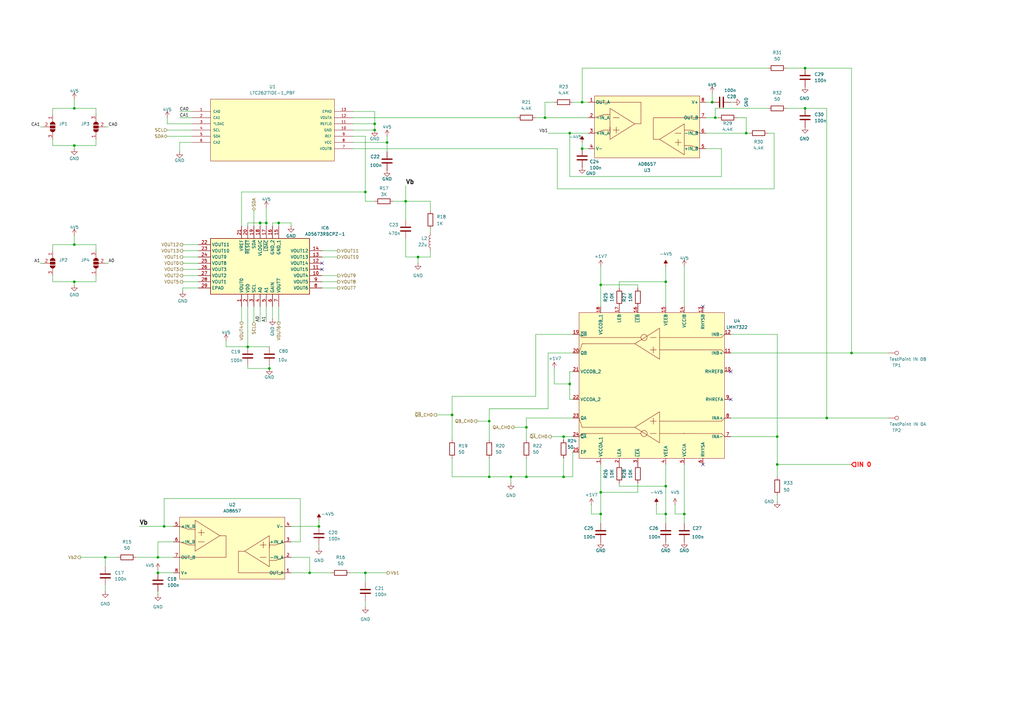
<source format=kicad_sch>
(kicad_sch (version 20231120) (generator "eeschema") (generator_version "8.0")
  (paper "A3")
  (lib_symbols
    (symbol "Connector:TestPoint" (pin_numbers hide) (pin_names (offset 0.762) hide)
      (property "Reference" "TP" (at 0 6.858 0))
      (property "Value" "TestPoint" (at 0 5.08 0))
      (symbol "TestPoint_1_1"
        (pin passive line (at 0 0 90) (length 2.54) (name "1") (number "1"))
      )
    )
    (symbol "Device:C" (pin_numbers hide) (pin_names (offset 0.254))
      (property "Reference" "C" (at 0.635 2.54 0))
      (property "Value" "C" (at 0.635 -2.54 0))
      (symbol "C_1_1"
        (pin passive line (at 0 3.81 270) (length 2.794) (name "~") (number "1"))
        (pin passive line (at 0 -3.81 90) (length 2.794) (name "~") (number "2"))
      )
    )
    (symbol "Device:L" (pin_numbers hide) (pin_names (offset 1.016) hide)
      (property "Reference" "L" (at -1.27 0 90))
      (property "Value" "L" (at 1.905 0 90))
      (symbol "L_1_1"
        (pin passive line (at 0 3.81 270) (length 1.27) (name "1") (number "1"))
        (pin passive line (at 0 -3.81 90) (length 1.27) (name "2") (number "2"))
      )
    )
    (symbol "Device:R" (pin_numbers hide) (pin_names (offset 0))
      (property "Reference" "R" (at 2.032 0 90))
      (property "Value" "R" (at 0 0 90))
      (symbol "R_1_1"
        (pin passive line (at 0 3.81 270) (length 1.27) (name "~") (number "1"))
        (pin passive line (at 0 -3.81 90) (length 1.27) (name "~") (number "2"))
      )
    )
    (symbol "Jumper:SolderJumper_3_Open" (pin_names (offset 0) hide) (exclude_from_sim yes) (in_bom no)
      (property "Reference" "JP" (at -2.54 -2.54 0))
      (property "Value" "SolderJumper_3_Open" (at 0 2.794 0))
      (symbol "SolderJumper_3_Open_1_1"
        (pin passive line (at -5.08 0 0) (length 2.54) (name "A") (number "1"))
        (pin passive line (at 0 -3.81 90) (length 2.54) (name "C") (number "2"))
        (pin passive line (at 5.08 0 180) (length 2.54) (name "B") (number "3"))
      )
    )
    (symbol "LTC2627IDE-1_PBF:LTC2627IDE-1_PBF" (pin_names (offset 1.016))
      (property "Reference" "U" (at 28.2956 9.1186 0))
      (property "Value" "LTC2627IDE-1_PBF" (at 27.6606 6.5786 0))
      (symbol "LTC2627IDE-1_PBF_0_0"
        (pin passive line (at 0 0 0) (length 7.62) (name "CA0") (number "1"))
        (pin power_in line (at 66.04 -7.62 180) (length 7.62) (name "GND") (number "10"))
        (pin passive line (at 66.04 -5.08 180) (length 7.62) (name "REFLO") (number "11"))
        (pin output line (at 66.04 -2.54 180) (length 7.62) (name "VOUTA") (number "12"))
        (pin passive line (at 66.04 0 180) (length 7.62) (name "EPAD") (number "13"))
        (pin passive line (at 0 -2.54 0) (length 7.62) (name "CA1") (number "2"))
        (pin input line (at 0 -5.08 0) (length 7.62) (name "*LDAC") (number "3"))
        (pin input line (at 0 -7.62 0) (length 7.62) (name "SCL") (number "4"))
        (pin bidirectional line (at 0 -10.16 0) (length 7.62) (name "SDA") (number "5"))
        (pin passive line (at 0 -12.7 0) (length 7.62) (name "CA2") (number "6"))
        (pin output line (at 66.04 -15.24 180) (length 7.62) (name "VOUTB") (number "7"))
        (pin power_in line (at 66.04 -12.7 180) (length 7.62) (name "VCC") (number "8"))
        (pin input line (at 66.04 -10.16 180) (length 7.62) (name "REF") (number "9"))
      )
    )
    (symbol "SamacSys_Parts:AD5673RBCPZ-1"
      (property "Reference" "IC" (at 29.21 17.78 0))
      (property "Value" "AD5673RBCPZ-1" (at 29.21 15.24 0))
      (symbol "AD5673RBCPZ-1_1_1"
        (pin output line (at 0 0 0) (length 5.08) (name "VOUT0") (number "1"))
        (pin output line (at 12.7 -33.02 90) (length 5.08) (name "VOUT4") (number "10"))
        (pin output line (at 15.24 -33.02 90) (length 5.08) (name "VOUT15") (number "11"))
        (pin output line (at 17.78 -33.02 90) (length 5.08) (name "VOUT14") (number "12"))
        (pin output line (at 20.32 -33.02 90) (length 5.08) (name "VOUT13") (number "13"))
        (pin passive line (at 22.86 -33.02 90) (length 5.08) (name "VOUT12") (number "14"))
        (pin power_in line (at 33.02 -15.24 180) (length 5.08) (name "GND_1") (number "15"))
        (pin power_in line (at 33.02 -12.7 180) (length 5.08) (name "GND_2") (number "16"))
        (pin input line (at 33.02 -10.16 180) (length 5.08) (name "~{LDAC}") (number "17"))
        (pin power_in line (at 33.02 -7.62 180) (length 5.08) (name "VLOGIC") (number "18"))
        (pin input line (at 33.02 -5.08 180) (length 5.08) (name "SDA") (number "19"))
        (pin power_in line (at 0 -2.54 0) (length 5.08) (name "VDD") (number "2"))
        (pin input line (at 33.02 -2.54 180) (length 5.08) (name "~{RESET}") (number "20"))
        (pin output line (at 33.02 0 180) (length 5.08) (name "VREF") (number "21"))
        (pin output line (at 25.4 17.78 270) (length 5.08) (name "VOUT11") (number "22"))
        (pin output line (at 22.86 17.78 270) (length 5.08) (name "VOUT10") (number "23"))
        (pin output line (at 20.32 17.78 270) (length 5.08) (name "VOUT9") (number "24"))
        (pin output line (at 17.78 17.78 270) (length 5.08) (name "VOUT8") (number "25"))
        (pin output line (at 15.24 17.78 270) (length 5.08) (name "VOUT3") (number "26"))
        (pin output line (at 12.7 17.78 270) (length 5.08) (name "VOUT2") (number "27"))
        (pin output line (at 10.16 17.78 270) (length 5.08) (name "VOUT1") (number "28"))
        (pin passive line (at 7.62 17.78 270) (length 5.08) (name "EPAD") (number "29"))
        (pin input line (at 0 -5.08 0) (length 5.08) (name "SCL") (number "3"))
        (pin input line (at 0 -7.62 0) (length 5.08) (name "A0") (number "4"))
        (pin input line (at 0 -10.16 0) (length 5.08) (name "A1") (number "5"))
        (pin input line (at 0 -12.7 0) (length 5.08) (name "GAIN") (number "6"))
        (pin output line (at 0 -15.24 0) (length 5.08) (name "VOUT7") (number "7"))
        (pin output line (at 7.62 -33.02 90) (length 5.08) (name "VOUT6") (number "8"))
        (pin output line (at 10.16 -33.02 90) (length 5.08) (name "VOUT5") (number "9"))
      )
    )
    (symbol "SolderJumper_3_Open_3" (pin_names (offset 0) hide) (exclude_from_sim yes) (in_bom no)
      (property "Reference" "JP" (at -2.54 -2.54 0))
      (property "Value" "SolderJumper_3_Open" (at 0 2.794 0))
      (symbol "SolderJumper_3_Open_3_1_1"
        (pin passive line (at -5.08 0 0) (length 2.54) (name "A") (number "1"))
        (pin passive line (at 0 -3.81 90) (length 2.54) (name "C") (number "2"))
        (pin passive line (at 5.08 0 180) (length 2.54) (name "B") (number "3"))
      )
    )
    (symbol "power:+1V2" (power) (pin_numbers hide) (pin_names (offset 0) hide)
      (property "Value" "+1V2" (at 0 3.556 0))
      (symbol "+1V2_1_1"
        (pin power_in line (at 0 0 90) (length 0) (name "~") (number "1"))
      )
    )
    (symbol "power:+8V" (power) (pin_numbers hide) (pin_names (offset 0) hide)
      (property "Value" "+8V" (at 0 3.556 0))
      (symbol "+8V_1_1"
        (pin power_in line (at 0 0 90) (length 0) (name "~") (number "1"))
      )
    )
    (symbol "power:-8V" (power) (pin_numbers hide) (pin_names (offset 0) hide)
      (property "Value" "-8V" (at 0 3.556 0))
      (symbol "-8V_0_0"
        (pin power_in line (at 0 0 90) (length 0) (name "~") (number "1"))
      )
    )
    (symbol "power:GND" (power) (pin_numbers hide) (pin_names (offset 0) hide)
      (property "Value" "GND" (at 0 -3.81 0))
      (symbol "GND_1_1"
        (pin power_in line (at 0 0 270) (length 0) (name "~") (number "1"))
      )
    )
    (symbol "prova:AD8657"
      (property "Reference" "U" (at 9.906 3.556 0))
      (property "Value" "AD8657" (at 10.16 5.842 0))
      (symbol "AD8657_1_1"
        (pin output line (at 3.81 30.48 0) (length 2.54) (name "OUT_A") (number "1"))
        (pin input line (at 3.81 24.13 0) (length 2.54) (name "-IN_A") (number "2"))
        (pin input line (at 3.81 17.78 0) (length 2.54) (name "+IN_A") (number "3"))
        (pin input line (at 3.81 11.43 0) (length 2.54) (name "V-") (number "4"))
        (pin input line (at 52.07 11.43 180) (length 2.54) (name "+IN_B") (number "5"))
        (pin input line (at 52.07 17.78 180) (length 2.54) (name "-IN_B") (number "6"))
        (pin input line (at 52.07 24.13 180) (length 2.54) (name "OUT_B") (number "7"))
        (pin input line (at 52.07 30.48 180) (length 2.54) (name "V+") (number "8"))
      )
    )
    (symbol "prova:LMH7322"
      (property "Reference" "U" (at 11.684 8.89 0))
      (property "Value" "LMH7322" (at 20.32 16.51 0))
      (symbol "LMH7322_1_1"
        (pin input line (at -21.59 29.21 0) (length 2.54) (name "VCCOA_1") (number "1"))
        (pin input line (at 16.51 -24.13 90) (length 2.54) (name "RHREFB") (number "10"))
        (pin input line (at 24.13 -24.13 90) (length 2.54) (name "INB+") (number "11"))
        (pin input line (at 31.75 -24.13 90) (length 2.54) (name "INB-") (number "12"))
        (pin input line (at 43.18 -12.7 180) (length 2.54) (name "RHYSB") (number "13"))
        (pin input line (at 43.18 -5.08 180) (length 2.54) (name "VCCIB") (number "14"))
        (pin input line (at 43.18 2.54 180) (length 2.54) (name "VEEB") (number "15"))
        (pin input line (at 43.18 13.97 180) (length 2.54) (name "~{LEB}") (number "16"))
        (pin input line (at 43.18 21.59 180) (length 2.54) (name "LEB") (number "17"))
        (pin input line (at 43.18 29.21 180) (length 2.54) (name "VCCOB_1") (number "18"))
        (pin output line (at 31.75 40.64 270) (length 2.54) (name "~{QB}") (number "19"))
        (pin input line (at -21.59 21.59 0) (length 2.54) (name "LEA") (number "2"))
        (pin output line (at 24.13 40.64 270) (length 2.54) (name "QB") (number "20"))
        (pin input line (at 16.51 40.64 270) (length 2.54) (name "VCCOB_2") (number "21"))
        (pin input line (at 5.08 40.64 270) (length 2.54) (name "VCCOA_2") (number "22"))
        (pin output line (at -2.54 40.64 270) (length 2.54) (name "QA") (number "23"))
        (pin output line (at -10.16 40.64 270) (length 2.54) (name "~{QA}") (number "24"))
        (pin passive line (at -16.51 40.64 270) (length 2.54) (name "EP") (number "25"))
        (pin input line (at -21.59 13.97 0) (length 2.54) (name "~{LEA}") (number "3"))
        (pin input line (at -21.59 2.54 0) (length 2.54) (name "VEEA") (number "4"))
        (pin input line (at -21.59 -5.08 0) (length 2.54) (name "VCCIA") (number "5"))
        (pin input line (at -21.59 -12.7 0) (length 2.54) (name "RHYSA") (number "6"))
        (pin input line (at -10.16 -24.13 90) (length 2.54) (name "INA-") (number "7"))
        (pin input line (at -2.54 -24.13 90) (length 2.54) (name "INA+") (number "8"))
        (pin input line (at 5.08 -24.13 90) (length 2.54) (name "RHREFA") (number "9"))
      )
    )
  )
  (junction (at 67.31 215.9))
  (junction (at 215.9 175.26))
  (junction (at 30.48 44.45))
  (junction (at 349.25 144.78))
  (junction (at 110.49 151.13))
  (junction (at 330.2 27.94))
  (junction (at 233.68 54.61))
  (junction (at 280.67 210.82))
  (junction (at 209.55 195.58))
  (junction (at 43.18 228.6))
  (junction (at 114.3 91.44))
  (junction (at 293.37 48.26))
  (junction (at 318.77 190.5))
  (junction (at 292.1 41.91))
  (junction (at 215.9 195.58))
  (junction (at 231.14 195.58))
  (junction (at 166.37 82.55))
  (junction (at 233.68 157.48))
  (junction (at 101.6 142.24))
  (junction (at 273.05 199.39))
  (junction (at 246.38 201.93))
  (junction (at 127 234.95))
  (junction (at 223.52 48.26))
  (junction (at 185.42 170.18))
  (junction (at 238.76 60.96))
  (junction (at 339.09 171.45))
  (junction (at 130.81 215.9))
  (junction (at 246.38 116.84))
  (junction (at 200.66 172.72))
  (junction (at 106.68 91.44))
  (junction (at 30.48 115.57))
  (junction (at 330.2 44.45))
  (junction (at 153.67 50.8))
  (junction (at 30.48 100.33))
  (junction (at 64.77 228.6))
  (junction (at 149.86 234.95))
  (junction (at 64.77 234.95))
  (junction (at 246.38 210.82))
  (junction (at 149.86 78.74))
  (junction (at 153.67 53.34))
  (junction (at 273.05 115.57))
  (junction (at 273.05 210.82))
  (junction (at 109.22 91.44))
  (junction (at 231.14 179.07))
  (junction (at 238.76 41.91))
  (junction (at 30.48 59.69))
  (junction (at 171.45 105.41))
  (junction (at 306.07 54.61))
  (junction (at 158.75 58.42))
  (junction (at 318.77 179.07))
  (junction (at 200.66 195.58))
  (no_connect (at 132.08 110.49))
  (no_connect (at 132.08 107.95))
  (no_connect (at 299.72 152.4))
  (no_connect (at 299.72 163.83))
  (no_connect (at 288.29 190.5))
  (no_connect (at 288.29 125.73))
  (wire (pts (xy 280.67 190.5) (xy 280.67 210.82)))
  (wire (pts (xy 106.68 125.73) (xy 106.68 132.08)))
  (wire (pts (xy 30.48 44.45) (xy 39.37 44.45)))
  (wire (pts (xy 109.22 125.73) (xy 109.22 132.08)))
  (wire (pts (xy 73.66 48.26) (xy 78.74 48.26)))
  (wire (pts (xy 318.77 190.5) (xy 318.77 195.58)))
  (wire (pts (xy 273.05 210.82) (xy 273.05 214.63)))
  (wire (pts (xy 153.67 50.8) (xy 153.67 53.34)))
  (wire (pts (xy 238.76 58.42) (xy 238.76 60.96)))
  (wire (pts (xy 215.9 175.26) (xy 215.9 180.34)))
  (wire (pts (xy 322.58 27.94) (xy 330.2 27.94)))
  (wire (pts (xy 200.66 167.64) (xy 224.79 167.64)))
  (wire (pts (xy 318.77 137.16) (xy 299.72 137.16)))
  (wire (pts (xy 246.38 210.82) (xy 242.57 210.82)))
  (wire (pts (xy 158.75 55.88) (xy 158.75 58.42)))
  (wire (pts (xy 241.3 60.96) (xy 238.76 60.96)))
  (wire (pts (xy 101.6 151.13) (xy 110.49 151.13)))
  (wire (pts (xy 176.53 82.55) (xy 176.53 86.36)))
  (wire (pts (xy 101.6 91.44) (xy 106.68 91.44)))
  (wire (pts (xy 176.53 105.41) (xy 171.45 105.41)))
  (wire (pts (xy 153.67 45.72) (xy 153.67 50.8)))
  (wire (pts (xy 111.76 125.73) (xy 111.76 130.81)))
  (wire (pts (xy 289.56 54.61) (xy 306.07 54.61)))
  (wire (pts (xy 273.05 115.57) (xy 273.05 125.73)))
  (wire (pts (xy 123.19 204.47) (xy 67.31 204.47)))
  (wire (pts (xy 215.9 175.26) (xy 210.82 175.26)))
  (wire (pts (xy 149.86 55.88) (xy 149.86 78.74)))
  (wire (pts (xy 74.93 110.49) (xy 81.28 110.49)))
  (wire (pts (xy 273.05 199.39) (xy 273.05 210.82)))
  (wire (pts (xy 104.14 125.73) (xy 104.14 132.08)))
  (wire (pts (xy 228.6 60.96) (xy 228.6 77.47)))
  (wire (pts (xy 64.77 222.25) (xy 64.77 228.6)))
  (wire (pts (xy 254 115.57) (xy 254 118.11)))
  (wire (pts (xy 223.52 48.26) (xy 241.3 48.26)))
  (wire (pts (xy 246.38 116.84) (xy 246.38 125.73)))
  (wire (pts (xy 149.86 78.74) (xy 149.86 82.55)))
  (wire (pts (xy 44.45 52.07) (xy 43.18 52.07)))
  (wire (pts (xy 110.49 149.86) (xy 110.49 151.13)))
  (wire (pts (xy 149.86 234.95) (xy 149.86 238.76)))
  (wire (pts (xy 209.55 195.58) (xy 215.9 195.58)))
  (wire (pts (xy 234.95 195.58) (xy 231.14 195.58)))
  (wire (pts (xy 179.07 170.18) (xy 185.42 170.18)))
  (wire (pts (xy 299.72 179.07) (xy 318.77 179.07)))
  (wire (pts (xy 306.07 48.26) (xy 306.07 54.61)))
  (wire (pts (xy 21.59 44.45) (xy 30.48 44.45)))
  (wire (pts (xy 149.86 55.88) (xy 144.78 55.88)))
  (wire (pts (xy 293.37 44.45) (xy 314.96 44.45)))
  (wire (pts (xy 227.33 157.48) (xy 233.68 157.48)))
  (wire (pts (xy 185.42 162.56) (xy 185.42 170.18)))
  (wire (pts (xy 318.77 203.2) (xy 318.77 205.74)))
  (wire (pts (xy 242.57 210.82) (xy 242.57 207.01)))
  (wire (pts (xy 68.58 50.8) (xy 78.74 50.8)))
  (wire (pts (xy 43.18 240.03) (xy 43.18 242.57)))
  (wire (pts (xy 74.93 113.03) (xy 81.28 113.03)))
  (wire (pts (xy 293.37 48.26) (xy 293.37 44.45)))
  (wire (pts (xy 246.38 109.22) (xy 246.38 116.84)))
  (wire (pts (xy 149.86 234.95) (xy 158.75 234.95)))
  (wire (pts (xy 144.78 58.42) (xy 158.75 58.42)))
  (wire (pts (xy 293.37 48.26) (xy 294.64 48.26)))
  (wire (pts (xy 101.6 142.24) (xy 110.49 142.24)))
  (wire (pts (xy 224.79 144.78) (xy 234.95 144.78)))
  (wire (pts (xy 127 228.6) (xy 127 234.95)))
  (wire (pts (xy 238.76 27.94) (xy 238.76 41.91)))
  (wire (pts (xy 114.3 132.08) (xy 114.3 125.73)))
  (wire (pts (xy 21.59 59.69) (xy 30.48 59.69)))
  (wire (pts (xy 74.93 118.11) (xy 74.93 119.38)))
  (wire (pts (xy 215.9 187.96) (xy 215.9 195.58)))
  (wire (pts (xy 295.91 72.39) (xy 233.68 72.39)))
  (wire (pts (xy 119.38 222.25) (xy 123.19 222.25)))
  (wire (pts (xy 273.05 109.22) (xy 273.05 115.57)))
  (wire (pts (xy 166.37 82.55) (xy 176.53 82.55)))
  (wire (pts (xy 349.25 144.78) (xy 299.72 144.78)))
  (wire (pts (xy 99.06 78.74) (xy 99.06 92.71)))
  (wire (pts (xy 209.55 195.58) (xy 209.55 198.12)))
  (wire (pts (xy 200.66 167.64) (xy 200.66 172.72)))
  (wire (pts (xy 21.59 44.45) (xy 21.59 46.99)))
  (wire (pts (xy 234.95 163.83) (xy 233.68 163.83)))
  (wire (pts (xy 130.81 223.52) (xy 130.81 224.79)))
  (wire (pts (xy 73.66 58.42) (xy 78.74 58.42)))
  (wire (pts (xy 280.67 109.22) (xy 280.67 125.73)))
  (wire (pts (xy 64.77 234.95) (xy 71.12 234.95)))
  (wire (pts (xy 234.95 185.42) (xy 234.95 195.58)))
  (wire (pts (xy 114.3 91.44) (xy 119.38 91.44)))
  (wire (pts (xy 39.37 113.03) (xy 39.37 115.57)))
  (wire (pts (xy 166.37 97.79) (xy 166.37 105.41)))
  (wire (pts (xy 39.37 46.99) (xy 39.37 44.45)))
  (wire (pts (xy 135.89 234.95) (xy 127 234.95)))
  (wire (pts (xy 21.59 100.33) (xy 30.48 100.33)))
  (wire (pts (xy 246.38 210.82) (xy 246.38 214.63)))
  (wire (pts (xy 233.68 157.48) (xy 233.68 152.4)))
  (wire (pts (xy 224.79 54.61) (xy 233.68 54.61)))
  (wire (pts (xy 101.6 142.24) (xy 92.71 142.24)))
  (wire (pts (xy 30.48 115.57) (xy 30.48 116.84)))
  (wire (pts (xy 16.51 52.07) (xy 17.78 52.07)))
  (wire (pts (xy 306.07 54.61) (xy 307.34 54.61)))
  (wire (pts (xy 71.12 222.25) (xy 64.77 222.25)))
  (wire (pts (xy 143.51 234.95) (xy 149.86 234.95)))
  (wire (pts (xy 185.42 187.96) (xy 185.42 195.58)))
  (wire (pts (xy 233.68 152.4) (xy 234.95 152.4)))
  (wire (pts (xy 67.31 204.47) (xy 67.31 215.9)))
  (wire (pts (xy 318.77 179.07) (xy 318.77 137.16)))
  (wire (pts (xy 339.09 44.45) (xy 339.09 171.45)))
  (wire (pts (xy 30.48 96.52) (xy 30.48 100.33)))
  (wire (pts (xy 215.9 195.58) (xy 231.14 195.58)))
  (wire (pts (xy 30.48 59.69) (xy 30.48 60.96)))
  (wire (pts (xy 171.45 105.41) (xy 171.45 107.95)))
  (wire (pts (xy 246.38 190.5) (xy 246.38 201.93)))
  (wire (pts (xy 64.77 242.57) (xy 64.77 243.84)))
  (wire (pts (xy 289.56 48.26) (xy 293.37 48.26)))
  (wire (pts (xy 99.06 132.08) (xy 99.06 125.73)))
  (wire (pts (xy 132.08 102.87) (xy 138.43 102.87)))
  (wire (pts (xy 185.42 162.56) (xy 219.71 162.56)))
  (wire (pts (xy 109.22 92.71) (xy 109.22 91.44)))
  (wire (pts (xy 130.81 213.36) (xy 130.81 215.9)))
  (wire (pts (xy 99.06 78.74) (xy 149.86 78.74)))
  (wire (pts (xy 322.58 44.45) (xy 330.2 44.45)))
  (wire (pts (xy 233.68 72.39) (xy 233.68 54.61)))
  (wire (pts (xy 119.38 92.71) (xy 119.38 91.44)))
  (wire (pts (xy 132.08 115.57) (xy 138.43 115.57)))
  (wire (pts (xy 30.48 100.33) (xy 39.37 100.33)))
  (wire (pts (xy 158.75 58.42) (xy 158.75 62.23)))
  (wire (pts (xy 33.02 228.6) (xy 43.18 228.6)))
  (wire (pts (xy 289.56 60.96) (xy 295.91 60.96)))
  (wire (pts (xy 111.76 91.44) (xy 111.76 92.71)))
  (wire (pts (xy 231.14 179.07) (xy 234.95 179.07)))
  (wire (pts (xy 43.18 228.6) (xy 48.26 228.6)))
  (wire (pts (xy 185.42 195.58) (xy 200.66 195.58)))
  (wire (pts (xy 273.05 190.5) (xy 273.05 199.39)))
  (wire (pts (xy 119.38 228.6) (xy 127 228.6)))
  (wire (pts (xy 119.38 215.9) (xy 130.81 215.9)))
  (wire (pts (xy 74.93 107.95) (xy 81.28 107.95)))
  (wire (pts (xy 92.71 139.7) (xy 92.71 142.24)))
  (wire (pts (xy 43.18 228.6) (xy 43.18 232.41)))
  (wire (pts (xy 149.86 246.38) (xy 149.86 248.92)))
  (wire (pts (xy 318.77 190.5) (xy 349.25 190.5)))
  (wire (pts (xy 68.58 53.34) (xy 78.74 53.34)))
  (wire (pts (xy 106.68 91.44) (xy 106.68 92.71)))
  (wire (pts (xy 119.38 234.95) (xy 127 234.95)))
  (wire (pts (xy 231.14 179.07) (xy 231.14 180.34)))
  (wire (pts (xy 234.95 41.91) (xy 238.76 41.91)))
  (wire (pts (xy 132.08 105.41) (xy 138.43 105.41)))
  (wire (pts (xy 339.09 44.45) (xy 330.2 44.45)))
  (wire (pts (xy 16.51 107.95) (xy 17.78 107.95)))
  (wire (pts (xy 317.5 77.47) (xy 317.5 54.61)))
  (wire (pts (xy 302.26 48.26) (xy 306.07 48.26)))
  (wire (pts (xy 339.09 171.45) (xy 364.49 171.45)))
  (wire (pts (xy 39.37 57.15) (xy 39.37 59.69)))
  (wire (pts (xy 132.08 113.03) (xy 138.43 113.03)))
  (wire (pts (xy 299.72 41.91) (xy 300.99 41.91)))
  (wire (pts (xy 101.6 151.13) (xy 101.6 149.86)))
  (wire (pts (xy 261.62 116.84) (xy 246.38 116.84)))
  (wire (pts (xy 231.14 187.96) (xy 231.14 195.58)))
  (wire (pts (xy 234.95 171.45) (xy 215.9 171.45)))
  (wire (pts (xy 219.71 48.26) (xy 223.52 48.26)))
  (wire (pts (xy 68.58 48.26) (xy 68.58 50.8)))
  (wire (pts (xy 292.1 41.91) (xy 292.1 38.1)))
  (wire (pts (xy 55.88 228.6) (xy 64.77 228.6)))
  (wire (pts (xy 176.53 93.98) (xy 176.53 95.25)))
  (wire (pts (xy 30.48 59.69) (xy 39.37 59.69)))
  (wire (pts (xy 314.96 54.61) (xy 317.5 54.61)))
  (wire (pts (xy 185.42 170.18) (xy 185.42 180.34)))
  (wire (pts (xy 30.48 40.64) (xy 30.48 44.45)))
  (wire (pts (xy 200.66 187.96) (xy 200.66 195.58)))
  (wire (pts (xy 21.59 57.15) (xy 21.59 59.69)))
  (wire (pts (xy 295.91 60.96) (xy 295.91 72.39)))
  (wire (pts (xy 166.37 82.55) (xy 166.37 90.17)))
  (wire (pts (xy 200.66 172.72) (xy 200.66 180.34)))
  (wire (pts (xy 223.52 41.91) (xy 227.33 41.91)))
  (wire (pts (xy 219.71 162.56) (xy 219.71 137.16)))
  (wire (pts (xy 21.59 115.57) (xy 30.48 115.57)))
  (wire (pts (xy 261.62 201.93) (xy 246.38 201.93)))
  (wire (pts (xy 289.56 41.91) (xy 292.1 41.91)))
  (wire (pts (xy 68.58 55.88) (xy 78.74 55.88)))
  (wire (pts (xy 111.76 91.44) (xy 114.3 91.44)))
  (wire (pts (xy 269.24 207.01) (xy 269.24 210.82)))
  (wire (pts (xy 73.66 45.72) (xy 78.74 45.72)))
  (wire (pts (xy 166.37 76.2) (xy 166.37 82.55)))
  (wire (pts (xy 74.93 105.41) (xy 81.28 105.41)))
  (wire (pts (xy 149.86 82.55) (xy 153.67 82.55)))
  (wire (pts (xy 233.68 54.61) (xy 241.3 54.61)))
  (wire (pts (xy 246.38 201.93) (xy 246.38 210.82)))
  (wire (pts (xy 280.67 210.82) (xy 280.67 214.63)))
  (wire (pts (xy 200.66 195.58) (xy 209.55 195.58)))
  (wire (pts (xy 114.3 91.44) (xy 114.3 92.71)))
  (wire (pts (xy 123.19 222.25) (xy 123.19 204.47)))
  (wire (pts (xy 254 115.57) (xy 273.05 115.57)))
  (wire (pts (xy 74.93 118.11) (xy 81.28 118.11)))
  (wire (pts (xy 280.67 210.82) (xy 276.86 210.82)))
  (wire (pts (xy 254 199.39) (xy 273.05 199.39)))
  (wire (pts (xy 64.77 228.6) (xy 71.12 228.6)))
  (wire (pts (xy 67.31 215.9) (xy 71.12 215.9)))
  (wire (pts (xy 166.37 105.41) (xy 171.45 105.41)))
  (wire (pts (xy 349.25 144.78) (xy 364.49 144.78)))
  (wire (pts (xy 64.77 233.68) (xy 64.77 234.95)))
  (wire (pts (xy 227.33 151.13) (xy 227.33 157.48)))
  (wire (pts (xy 339.09 171.45) (xy 299.72 171.45)))
  (wire (pts (xy 144.78 50.8) (xy 153.67 50.8)))
  (wire (pts (xy 57.15 215.9) (xy 67.31 215.9)))
  (wire (pts (xy 233.68 163.83) (xy 233.68 157.48)))
  (wire (pts (xy 104.14 86.36) (xy 104.14 92.71)))
  (wire (pts (xy 219.71 137.16) (xy 234.95 137.16)))
  (wire (pts (xy 273.05 210.82) (xy 269.24 210.82)))
  (wire (pts (xy 74.93 115.57) (xy 81.28 115.57)))
  (wire (pts (xy 73.66 58.42) (xy 73.66 62.23)))
  (wire (pts (xy 261.62 198.12) (xy 261.62 201.93)))
  (wire (pts (xy 144.78 48.26) (xy 212.09 48.26)))
  (wire (pts (xy 254 198.12) (xy 254 199.39)))
  (wire (pts (xy 176.53 102.87) (xy 176.53 105.41)))
  (wire (pts (xy 101.6 91.44) (xy 101.6 92.71)))
  (wire (pts (xy 318.77 179.07) (xy 318.77 190.5)))
  (wire (pts (xy 195.58 172.72) (xy 200.66 172.72)))
  (wire (pts (xy 161.29 82.55) (xy 166.37 82.55)))
  (wire (pts (xy 144.78 60.96) (xy 228.6 60.96)))
  (wire (pts (xy 223.52 48.26) (xy 223.52 41.91)))
  (wire (pts (xy 349.25 27.94) (xy 349.25 144.78)))
  (wire (pts (xy 39.37 102.87) (xy 39.37 100.33)))
  (wire (pts (xy 215.9 171.45) (xy 215.9 175.26)))
  (wire (pts (xy 132.08 118.11) (xy 138.43 118.11)))
  (wire (pts (xy 238.76 41.91) (xy 241.3 41.91)))
  (wire (pts (xy 21.59 113.03) (xy 21.59 115.57)))
  (wire (pts (xy 144.78 45.72) (xy 153.67 45.72)))
  (wire (pts (xy 238.76 27.94) (xy 314.96 27.94)))
  (wire (pts (xy 106.68 91.44) (xy 109.22 91.44)))
  (wire (pts (xy 30.48 115.57) (xy 39.37 115.57)))
  (wire (pts (xy 109.22 85.09) (xy 109.22 91.44)))
  (wire (pts (xy 44.45 107.95) (xy 43.18 107.95)))
  (wire (pts (xy 261.62 118.11) (xy 261.62 116.84)))
  (wire (pts (xy 144.78 53.34) (xy 153.67 53.34)))
  (wire (pts (xy 226.06 179.07) (xy 231.14 179.07)))
  (wire (pts (xy 101.6 125.73) (xy 101.6 142.24)))
  (wire (pts (xy 74.93 102.87) (xy 81.28 102.87)))
  (wire (pts (xy 228.6 77.47) (xy 317.5 77.47)))
  (wire (pts (xy 74.93 100.33) (xy 81.28 100.33)))
  (wire (pts (xy 276.86 207.01) (xy 276.86 210.82)))
  (wire (pts (xy 224.79 167.64) (xy 224.79 144.78)))
  (wire (pts (xy 349.25 27.94) (xy 330.2 27.94)))
  (wire (pts (xy 21.59 100.33) (xy 21.59 102.87)))
  (label "A1" (at 109.22 132.08 90))
  (label "CA0" (at 44.45 52.07 0))
  (label "CA0" (at 73.66 45.72 0))
  (label "A0" (at 106.68 132.08 90))
  (label "CA1" (at 16.51 52.07 180))
  (label "A1" (at 16.51 107.95 180))
  (label "Vb1" (at 224.79 54.61 180))
  (label "CA1" (at 73.66 48.26 0))
  (label "Vb" (at 166.37 76.2 0) (effects (font (size 1.778 1.778) (thickness 0.3556) (bold yes))))
  (label "A0" (at 44.45 107.95 0))
  (label "Vb" (at 57.15 215.9 0) (effects (font (size 1.778 1.778) (thickness 0.3556) (bold yes))))
  (hierarchical_label "VOUT11" (shape output) (at 138.43 102.87 0))
  (hierarchical_label "Vb2" (shape output) (at 33.02 228.6 180))
  (hierarchical_label "VOUT5" (shape output) (at 74.93 115.57 180))
  (hierarchical_label "IN 0" (shape input) (at 349.25 190.5 0) (effects (font (size 1.778 1.778) (thickness 0.3556) (bold yes))))
  (hierarchical_label "~{QA}_CH0" (shape output) (at 226.06 179.07 180))
  (hierarchical_label "VOUT6" (shape output) (at 114.3 132.08 270))
  (hierarchical_label "SCL" (shape input) (at 104.14 132.08 270) (effects (font (thickness 0.1588))))
  (hierarchical_label "VOUT12" (shape output) (at 74.93 100.33 180))
  (hierarchical_label "Vb1" (shape output) (at 158.75 234.95 0))
  (hierarchical_label "SCL" (shape input) (at 68.58 53.34 180))
  (hierarchical_label "VOUT9" (shape output) (at 138.43 113.03 0))
  (hierarchical_label "VOUT4" (shape output) (at 99.06 132.08 270))
  (hierarchical_label "VOUT8" (shape output) (at 138.43 115.57 0))
  (hierarchical_label "VOUT13" (shape output) (at 74.93 102.87 180))
  (hierarchical_label "VOUT0" (shape output) (at 74.93 107.95 180))
  (hierarchical_label "VOUT7" (shape output) (at 138.43 118.11 0))
  (hierarchical_label "QB_CH0" (shape output) (at 195.58 172.72 180))
  (hierarchical_label "SDA" (shape bidirectional) (at 68.58 55.88 180))
  (hierarchical_label "VOUT3" (shape output) (at 74.93 110.49 180))
  (hierarchical_label "VOUT1" (shape output) (at 74.93 105.41 180))
  (hierarchical_label "SDA" (shape bidirectional) (at 104.14 86.36 90) (effects (font (thickness 0.1588))))
  (hierarchical_label "VOUT2" (shape output) (at 74.93 113.03 180))
  (hierarchical_label "~{QB}_CH0" (shape output) (at 179.07 170.18 180))
  (hierarchical_label "VOUT10" (shape output) (at 138.43 105.41 0))
  (hierarchical_label "QA_CH0" (shape output) (at 210.82 175.26 180))
  (symbol (lib_id "power:+8V") (at 292.1 38.1 0) (unit 1)
    (property "Reference" "#PWR062" (effects (hide yes)))
    (property "Value" "4V5" (at 292.1 34.798 0))
    (property "Description" "Power symbol creates a global label with name \"+8V\"" (effects (hide yes)))
  )
  (symbol (lib_id "Device:R") (at 254 194.31 180) (unit 1)
    (property "Reference" "R26" (at 248.412 194.31 90))
    (property "Value" "10K" (at 250.952 194.31 90))
    (property "Footprint" "Resistor_SMD:R_0603_1608Metric_Pad0.98x0.95mm_HandSolder" (effects (hide yes)))
    (property "Description" "Resistor" (effects (hide yes)))
  )
  (symbol (lib_id "power:+8V") (at 30.48 96.52 0) (unit 1)
    (property "Reference" "#PWR029" (effects (hide yes)))
    (property "Value" "4V5" (at 30.48 93.218 0))
    (property "Description" "Power symbol creates a global label with name \"+8V\"" (effects (hide yes)))
  )
  (symbol (lib_id "Device:R") (at 157.48 82.55 90) (unit 1)
    (property "Reference" "R17" (at 157.48 77.216 90))
    (property "Value" "3K" (at 157.48 79.756 90))
    (property "Footprint" "Resistor_SMD:R_0603_1608Metric_Pad0.98x0.95mm_HandSolder" (effects (hide yes)))
    (property "Description" "Resistor" (effects (hide yes)))
  )
  (symbol (lib_id "power:GND") (at 30.48 60.96 0) (unit 1)
    (property "Reference" "#PWR028" (effects (hide yes)))
    (property "Value" "GND" (at 30.48 65.024 0))
    (property "Description" "Power symbol creates a global label with name \"GND\" , ground" (effects (hide yes)))
  )
  (symbol (lib_id "Device:R") (at 318.77 199.39 180) (unit 1)
    (property "Reference" "R33" (at 321.31 198.1199 0) (effects (justify right)))
    (property "Value" "50" (at 321.31 200.914 0) (effects (justify right)))
    (property "Footprint" "Resistor_SMD:R_0603_1608Metric_Pad0.98x0.95mm_HandSolder" (effects (hide yes)))
    (property "Description" "Resistor" (effects (hide yes)))
  )
  (symbol (lib_id "power:GND") (at 73.66 62.23 0) (unit 1)
    (property "Reference" "#PWR035" (effects (hide yes)))
    (property "Value" "GND" (at 73.66 65.786 0))
    (property "Description" "Power symbol creates a global label with name \"GND\" , ground" (effects (hide yes)))
  )
  (symbol (lib_id "power:GND") (at 64.77 243.84 0) (unit 1)
    (property "Reference" "#PWR033" (effects (hide yes)))
    (property "Value" "GND" (at 64.77 248.92 0))
    (property "Description" "Power symbol creates a global label with name \"GND\" , ground" (effects (hide yes)))
  )
  (symbol (lib_id "Device:C") (at 330.2 48.26 0) (unit 1)
    (property "Reference" "C30" (at 334.01 46.9899 0) (effects (justify left)))
    (property "Value" "100n" (at 334.01 49.5299 0) (effects (justify left)))
    (property "Footprint" "Capacitor_SMD:C_0603_1608Metric_Pad1.08x0.95mm_HandSolder" (effects (hide yes)))
    (property "Description" "Unpolarized capacitor" (effects (hide yes)))
  )
  (symbol (lib_id "Jumper:SolderJumper_3_Open") (at 21.59 107.95 270) (unit 1) (exclude_from_sim yes) (in_bom no)
    (property "Reference" "JP2" (at 24.13 106.6799 90) (effects (justify left)))
    (property "Value" "SolderJumper_3_Open" (effects (hide yes)))
    (property "Footprint" "Jumper:SolderJumper-3_P1.3mm_Open_RoundedPad1.0x1.5mm_NumberLabels" (effects (hide yes)))
    (property "Description" "Solder Jumper, 3-pole, open" (effects (hide yes)))
  )
  (symbol (lib_id "power:GND") (at 300.99 41.91 90) (unit 1)
    (property "Reference" "#PWR063" (effects (hide yes)))
    (property "Value" "GND" (at 306.07 41.91 0))
    (property "Description" "Power symbol creates a global label with name \"GND\" , ground" (effects (hide yes)))
  )
  (symbol (lib_id "power:+8V") (at 68.58 48.26 0) (unit 1)
    (property "Reference" "#PWR034" (effects (hide yes)))
    (property "Value" "4V5" (at 68.58 44.958 0))
    (property "Description" "Power symbol creates a global label with name \"+8V\"" (effects (hide yes)))
  )
  (symbol (lib_id "power:GND") (at 171.45 107.95 0) (unit 1)
    (property "Reference" "#PWR048" (effects (hide yes)))
    (property "Value" "GND" (at 171.45 113.03 0))
    (property "Description" "Power symbol creates a global label with name \"GND\" , ground" (effects (hide yes)))
  )
  (symbol (lib_id "power:GND") (at 74.93 119.38 0) (unit 1)
    (property "Reference" "#PWR036" (effects (hide yes)))
    (property "Value" "GND" (at 74.93 123.444 0))
    (property "Description" "Power symbol creates a global label with name \"GND\" , ground" (effects (hide yes)))
  )
  (symbol (lib_id "power:-8V") (at 269.24 207.01 0) (unit 1)
    (property "Reference" "#PWR056" (effects (hide yes)))
    (property "Value" "-4V5" (at 269.24 201.93 0))
    (property "Description" "Power symbol creates a global label with name \"-8V\"" (effects (hide yes)))
  )
  (symbol (lib_id "power:+1V2") (at 246.38 109.22 0) (unit 1)
    (property "Reference" "#PWR054" (effects (hide yes)))
    (property "Value" "+1V7" (at 246.38 105.156 0))
    (property "Description" "Power symbol creates a global label with name \"+1V2\"" (effects (hide yes)))
  )
  (symbol (lib_id "Device:R") (at 311.15 54.61 90) (unit 1)
    (property "Reference" "R30" (at 311.15 58.166 90))
    (property "Value" "4.4K" (at 311.15 60.706 90))
    (property "Footprint" "Resistor_SMD:R_0603_1608Metric_Pad0.98x0.95mm_HandSolder" (effects (hide yes)))
    (property "Description" "Resistor" (effects (hide yes)))
  )
  (symbol (lib_id "power:GND") (at 330.2 35.56 0) (unit 1)
    (property "Reference" "#PWR065" (effects (hide yes)))
    (property "Value" "GND" (at 329.946 40.386 0))
    (property "Description" "Power symbol creates a global label with name \"GND\" , ground" (effects (hide yes)))
  )
  (symbol (lib_id "power:GND") (at 130.81 224.79 0) (unit 1)
    (property "Reference" "#PWR043" (effects (hide yes)))
    (property "Value" "GND" (at 130.81 229.87 0))
    (property "Description" "Power symbol creates a global label with name \"GND\" , ground" (effects (hide yes)))
  )
  (symbol (lib_id "Device:R") (at 261.62 121.92 180) (unit 1)
    (property "Reference" "R27" (at 256.032 121.92 90))
    (property "Value" "10K" (at 258.572 121.92 90))
    (property "Footprint" "Resistor_SMD:R_0603_1608Metric_Pad0.98x0.95mm_HandSolder" (effects (hide yes)))
    (property "Description" "Resistor" (effects (hide yes)))
  )
  (symbol (lib_id "Device:R") (at 52.07 228.6 90) (unit 1)
    (property "Reference" "R15" (at 52.07 222.25 90))
    (property "Value" "50" (at 52.07 224.79 90))
    (property "Footprint" "Resistor_SMD:R_0603_1608Metric_Pad0.98x0.95mm_HandSolder" (effects (hide yes)))
    (property "Description" "Resistor" (effects (hide yes)))
  )
  (symbol (lib_id "Device:C") (at 166.37 93.98 0) (unit 1)
    (property "Reference" "C23" (at 159.512 92.202 0) (effects (justify left)))
    (property "Value" "470n" (at 159.258 95.758 0) (effects (justify left)))
    (property "Footprint" "Capacitor_SMD:C_0603_1608Metric_Pad1.08x0.95mm_HandSolder" (effects (hide yes)))
    (property "Description" "Unpolarized capacitor" (effects (hide yes)))
  )
  (symbol (lib_id "power:GND") (at 119.38 92.71 0) (unit 1)
    (property "Reference" "#PWR041" (effects (hide yes)))
    (property "Value" "GND" (at 119.38 96.774 0))
    (property "Description" "Power symbol creates a global label with name \"GND\" , ground" (effects (hide yes)))
  )
  (symbol (lib_id "power:GND") (at 110.49 151.13 0) (unit 1)
    (property "Reference" "#PWR038" (effects (hide yes)))
    (property "Value" "GND" (at 110.49 154.686 0))
    (property "Description" "Power symbol creates a global label with name \"GND\" , ground" (effects (hide yes)))
  )
  (symbol (lib_id "power:+8V") (at 30.48 40.64 0) (unit 1)
    (property "Reference" "#PWR027" (effects (hide yes)))
    (property "Value" "4V5" (at 30.48 37.338 0))
    (property "Description" "Power symbol creates a global label with name \"+8V\"" (effects (hide yes)))
  )
  (symbol (lib_id "power:+8V") (at 158.75 55.88 0) (unit 1)
    (property "Reference" "#PWR046" (effects (hide yes)))
    (property "Value" "4V5" (at 158.75 52.07 0))
    (property "Description" "Power symbol creates a global label with name \"+8V\"" (effects (hide yes)))
  )
  (symbol (lib_id "Device:C") (at 101.6 146.05 0) (unit 1)
    (property "Reference" "C19" (at 94.742 144.272 0) (effects (justify left)))
    (property "Value" "100n" (at 94.488 147.828 0) (effects (justify left)))
    (property "Footprint" "Capacitor_SMD:C_0603_1608Metric_Pad1.08x0.95mm_HandSolder" (effects (hide yes)))
    (property "Description" "Unpolarized capacitor" (effects (hide yes)))
  )
  (symbol (lib_id "Device:R") (at 318.77 44.45 90) (unit 1)
    (property "Reference" "R32" (at 318.77 38.1 90))
    (property "Value" "50" (at 318.77 40.64 90))
    (property "Footprint" "Resistor_SMD:R_0603_1608Metric_Pad0.98x0.95mm_HandSolder" (effects (hide yes)))
    (property "Description" "Resistor" (effects (hide yes)))
  )
  (symbol (lib_id "Device:R") (at 231.14 41.91 90) (unit 1)
    (property "Reference" "R23" (at 231.14 35.56 90))
    (property "Value" "4.4K" (at 231.14 38.1 90))
    (property "Footprint" "Resistor_SMD:R_0603_1608Metric_Pad0.98x0.95mm_HandSolder" (effects (hide yes)))
    (property "Description" "Resistor" (effects (hide yes)))
  )
  (symbol (lib_id "Device:R") (at 261.62 194.31 180) (unit 1)
    (property "Reference" "R28" (at 256.032 194.31 90))
    (property "Value" "10K" (at 258.572 194.31 90))
    (property "Footprint" "Resistor_SMD:R_0603_1608Metric_Pad0.98x0.95mm_HandSolder" (effects (hide yes)))
    (property "Description" "Resistor" (effects (hide yes)))
  )
  (symbol (lib_id "power:-8V") (at 238.76 58.42 0) (unit 1)
    (property "Reference" "#PWR051" (effects (hide yes)))
    (property "Value" "-4V5" (at 235.966 56.134 0))
    (property "Description" "Power symbol creates a global label with name \"-8V\"" (effects (hide yes)))
  )
  (symbol (lib_id "Device:C") (at 64.77 238.76 0) (unit 1)
    (property "Reference" "C18" (at 68.58 237.4899 0) (effects (justify left)))
    (property "Value" "100n" (at 68.58 240.0299 0) (effects (justify left)))
    (property "Footprint" "Capacitor_SMD:C_0603_1608Metric_Pad1.08x0.95mm_HandSolder" (effects (hide yes)))
    (property "Description" "Unpolarized capacitor" (effects (hide yes)))
  )
  (symbol (lib_id "prova:AD8657") (at 123.19 204.47 180) (unit 1)
    (property "Reference" "U2" (at 95.25 207.01 0))
    (property "Value" "AD8657" (at 95.25 209.55 0))
    (property "Footprint" "SamacSys_Parts:SOP65P490X110-8N" (effects (hide yes)))
  )
  (symbol (lib_id "power:-8V") (at 273.05 109.22 0) (unit 1)
    (property "Reference" "#PWR057" (effects (hide yes)))
    (property "Value" "-4V5" (at 273.05 104.14 0))
    (property "Description" "Power symbol creates a global label with name \"-8V\"" (effects (hide yes)))
  )
  (symbol (lib_name "SolderJumper_3_Open_3") (lib_id "Jumper:SolderJumper_3_Open") (at 39.37 52.07 90) (unit 1) (exclude_from_sim yes) (in_bom no)
    (property "Reference" "JP3" (at 36.83 50.7999 90) (effects (justify left)))
    (property "Value" "SolderJumper_3_Open" (effects (hide yes)))
    (property "Footprint" "Jumper:SolderJumper-3_P1.3mm_Open_RoundedPad1.0x1.5mm_NumberLabels" (effects (hide yes)))
    (property "Description" "Solder Jumper, 3-pole, open" (effects (hide yes)))
  )
  (symbol (lib_id "power:GND") (at 330.2 52.07 0) (unit 1)
    (property "Reference" "#PWR066" (effects (hide yes)))
    (property "Value" "GND" (at 329.946 56.896 0))
    (property "Description" "Power symbol creates a global label with name \"GND\" , ground" (effects (hide yes)))
  )
  (symbol (lib_id "Device:R") (at 185.42 184.15 0) (unit 1)
    (property "Reference" "R19" (at 187.96 182.8799 0) (effects (justify left)))
    (property "Value" "50" (at 187.96 185.4199 0) (effects (justify left)))
    (property "Footprint" "Resistor_SMD:R_0603_1608Metric_Pad0.98x0.95mm_HandSolder" (effects (hide yes)))
    (property "Description" "Resistor" (effects (hide yes)))
  )
  (symbol (lib_id "power:GND") (at 280.67 222.25 0) (unit 1)
    (property "Reference" "#PWR061" (effects (hide yes)))
    (property "Value" "GND" (at 280.67 225.806 0))
    (property "Description" "Power symbol creates a global label with name \"GND\" , ground" (effects (hide yes)))
  )
  (symbol (lib_id "Device:C") (at 295.91 41.91 90) (unit 1)
    (property "Reference" "C28" (at 302.006 39.624 90) (effects (justify left)))
    (property "Value" "100n" (at 302.006 37.084 90) (effects (justify left)))
    (property "Footprint" "Capacitor_SMD:C_0603_1608Metric_Pad1.08x0.95mm_HandSolder" (effects (hide yes)))
    (property "Description" "Unpolarized capacitor" (effects (hide yes)))
  )
  (symbol (lib_id "power:GND") (at 209.55 198.12 0) (unit 1)
    (property "Reference" "#PWR049" (effects (hide yes)))
    (property "Value" "GND" (at 209.55 203.2 0))
    (property "Description" "Power symbol creates a global label with name \"GND\" , ground" (effects (hide yes)))
  )
  (symbol (lib_name "SolderJumper_3_Open_3") (lib_id "Jumper:SolderJumper_3_Open") (at 39.37 107.95 90) (unit 1) (exclude_from_sim yes) (in_bom no)
    (property "Reference" "JP4" (at 36.83 106.6799 90) (effects (justify left)))
    (property "Value" "SolderJumper_3_Open" (effects (hide yes)))
    (property "Footprint" "Jumper:SolderJumper-3_P1.3mm_Open_RoundedPad1.0x1.5mm_NumberLabels" (effects (hide yes)))
    (property "Description" "Solder Jumper, 3-pole, open" (effects (hide yes)))
  )
  (symbol (lib_id "Device:C") (at 43.18 236.22 0) (unit 1)
    (property "Reference" "C17" (at 46.99 234.9499 0) (effects (justify left)))
    (property "Value" "100n" (at 46.99 237.4899 0) (effects (justify left)))
    (property "Footprint" "Capacitor_SMD:C_0603_1608Metric_Pad1.08x0.95mm_HandSolder" (effects (hide yes)))
    (property "Description" "Unpolarized capacitor" (effects (hide yes)))
  )
  (symbol (lib_id "Device:R") (at 215.9 48.26 90) (unit 1)
    (property "Reference" "R21" (at 215.9 41.91 90))
    (property "Value" "4.4K" (at 215.9 44.45 90))
    (property "Footprint" "Resistor_SMD:R_0603_1608Metric_Pad0.98x0.95mm_HandSolder" (effects (hide yes)))
    (property "Description" "Resistor" (effects (hide yes)))
  )
  (symbol (lib_id "Jumper:SolderJumper_3_Open") (at 21.59 52.07 270) (unit 1) (exclude_from_sim yes) (in_bom no)
    (property "Reference" "JP1" (at 24.13 50.7999 90) (effects (justify left)))
    (property "Value" "SolderJumper_3_Open" (effects (hide yes)))
    (property "Footprint" "Jumper:SolderJumper-3_P1.3mm_Open_RoundedPad1.0x1.5mm_NumberLabels" (effects (hide yes)))
    (property "Description" "Solder Jumper, 3-pole, open" (effects (hide yes)))
  )
  (symbol (lib_id "Device:R") (at 139.7 234.95 270) (unit 1)
    (property "Reference" "R16" (at 139.7 228.6 90))
    (property "Value" "50" (at 139.7 231.14 90))
    (property "Footprint" "Resistor_SMD:R_0603_1608Metric_Pad0.98x0.95mm_HandSolder" (effects (hide yes)))
    (property "Description" "Resistor" (effects (hide yes)))
  )
  (symbol (lib_id "Device:C") (at 330.2 31.75 0) (unit 1)
    (property "Reference" "C29" (at 334.01 30.4799 0) (effects (justify left)))
    (property "Value" "100n" (at 334.01 33.0199 0) (effects (justify left)))
    (property "Footprint" "Capacitor_SMD:C_0603_1608Metric_Pad1.08x0.95mm_HandSolder" (effects (hide yes)))
    (property "Description" "Unpolarized capacitor" (effects (hide yes)))
  )
  (symbol (lib_id "power:+8V") (at 280.67 109.22 0) (unit 1)
    (property "Reference" "#PWR060" (effects (hide yes)))
    (property "Value" "4V5" (at 280.67 105.918 0))
    (property "Description" "Power symbol creates a global label with name \"+8V\"" (effects (hide yes)))
  )
  (symbol (lib_id "Device:R") (at 215.9 184.15 0) (unit 1)
    (property "Reference" "R22" (at 218.44 182.8799 0) (effects (justify left)))
    (property "Value" "50" (at 218.44 185.4199 0) (effects (justify left)))
    (property "Footprint" "Resistor_SMD:R_0603_1608Metric_Pad0.98x0.95mm_HandSolder" (effects (hide yes)))
    (property "Description" "Resistor" (effects (hide yes)))
  )
  (symbol (lib_id "power:GND") (at 273.05 222.25 0) (unit 1)
    (property "Reference" "#PWR058" (effects (hide yes)))
    (property "Value" "GND" (at 273.05 225.806 0))
    (property "Description" "Power symbol creates a global label with name \"GND\" , ground" (effects (hide yes)))
  )
  (symbol (lib_id "power:GND") (at 30.48 116.84 0) (unit 1)
    (property "Reference" "#PWR030" (effects (hide yes)))
    (property "Value" "GND" (at 30.48 120.904 0))
    (property "Description" "Power symbol creates a global label with name \"GND\" , ground" (effects (hide yes)))
  )
  (symbol (lib_id "Device:R") (at 176.53 90.17 180) (unit 1)
    (property "Reference" "R18" (at 179.07 88.8999 0) (effects (justify right)))
    (property "Value" "1K" (at 179.07 91.694 0) (effects (justify right)))
    (property "Footprint" "Resistor_SMD:R_0603_1608Metric_Pad0.98x0.95mm_HandSolder" (effects (hide yes)))
    (property "Description" "Resistor" (effects (hide yes)))
  )
  (symbol (lib_id "Device:R") (at 254 121.92 180) (unit 1)
    (property "Reference" "R25" (at 248.412 121.92 90))
    (property "Value" "10K" (at 250.952 121.92 90))
    (property "Footprint" "Resistor_SMD:R_0603_1608Metric_Pad0.98x0.95mm_HandSolder" (effects (hide yes)))
    (property "Description" "Resistor" (effects (hide yes)))
  )
  (symbol (lib_id "Device:C") (at 273.05 218.44 0) (unit 1)
    (property "Reference" "C26" (at 266.192 216.662 0) (effects (justify left)))
    (property "Value" "100n" (at 265.938 220.218 0) (effects (justify left)))
    (property "Footprint" "Capacitor_SMD:C_0603_1608Metric_Pad1.08x0.95mm_HandSolder" (effects (hide yes)))
    (property "Description" "Unpolarized capacitor" (effects (hide yes)))
  )
  (symbol (lib_id "Device:R") (at 318.77 27.94 90) (unit 1)
    (property "Reference" "R31" (at 318.77 21.59 90))
    (property "Value" "50" (at 318.77 24.13 90))
    (property "Footprint" "Resistor_SMD:R_0603_1608Metric_Pad0.98x0.95mm_HandSolder" (effects (hide yes)))
    (property "Description" "Resistor" (effects (hide yes)))
  )
  (symbol (lib_id "LTC2627IDE-1_PBF:LTC2627IDE-1_PBF") (at 78.74 45.72 0) (unit 1)
    (property "Reference" "U1" (at 111.76 35.56 0))
    (property "Value" "LTC2627IDE-1_PBF" (at 111.76 38.1 0))
    (property "Footprint" "LTC2627:DFN-12_DE" (effects (hide yes)))
    (property "MF" "Analog Devices" (effects (hide yes)))
    (property "VENDOR" "Linear Technology" (effects (hide yes)))
    (property "Description_1" "\n                        \n                            12 Bit Digital to Analog Converter 2 12-DFN (4x3)\n                        \n" (effects (hide yes)))
    (property "Package" "DFN-12 Linear Technology" (effects (hide yes)))
    (property "Price" "None" (effects (hide yes)))
    (property "Check_prices" "https://www.snapeda.com/parts/LTC2627IDE-1%23PBF/Analog+Devices/view-part/?ref=eda" (effects (hide yes)))
    (property "SnapEDA_Link" "https://www.snapeda.com/parts/LTC2627IDE-1%23PBF/Analog+Devices/view-part/?ref=snap" (effects (hide yes)))
    (property "MP" "LTC2627IDE-1#PBF" (effects (hide yes)))
    (property "Availability" "In Stock" (effects (hide yes)))
    (property "MANUFACTURER_PART_NUMBER" "ltc2627ide1" (effects (hide yes)))
  )
  (symbol (lib_id "power:GND") (at 153.67 53.34 0) (unit 1)
    (property "Reference" "#PWR045" (effects (hide yes)))
    (property "Value" "GND" (at 153.67 56.896 0))
    (property "Description" "Power symbol creates a global label with name \"GND\" , ground" (effects (hide yes)))
  )
  (symbol (lib_id "Device:C") (at 158.75 66.04 0) (unit 1)
    (property "Reference" "C22" (at 151.892 64.262 0) (effects (justify left)))
    (property "Value" "100n" (at 151.638 67.818 0) (effects (justify left)))
    (property "Footprint" "Capacitor_SMD:C_0603_1608Metric_Pad1.08x0.95mm_HandSolder" (effects (hide yes)))
    (property "Description" "Unpolarized capacitor" (effects (hide yes)))
  )
  (symbol (lib_id "Device:L") (at 176.53 99.06 0) (mirror y) (unit 1)
    (property "Reference" "L2" (at 175.26 97.7899 0) (effects (justify left)))
    (property "Value" "22u" (at 175.26 100.3299 0) (effects (justify left)))
    (property "Footprint" "Inductor_SMD:L_0603_1608Metric_Pad1.05x0.95mm_HandSolder" (effects (hide yes)))
    (property "Description" "Inductor" (effects (hide yes)))
  )
  (symbol (lib_id "Device:C") (at 246.38 218.44 0) (unit 1)
    (property "Reference" "C25" (at 239.522 216.662 0) (effects (justify left)))
    (property "Value" "100n" (at 239.268 220.218 0) (effects (justify left)))
    (property "Footprint" "Capacitor_SMD:C_0603_1608Metric_Pad1.08x0.95mm_HandSolder" (effects (hide yes)))
    (property "Description" "Unpolarized capacitor" (effects (hide yes)))
  )
  (symbol (lib_id "prova:LMH7322") (at 275.59 168.91 90) (unit 1)
    (property "Reference" "U4" (at 302.26 131.6638 90))
    (property "Value" "LMH7322" (at 302.26 134.2038 90))
    (property "Footprint" "SamacSys_Parts:QFN50P400X400X80-25N" (effects (hide yes)))
  )
  (symbol (lib_id "power:GND") (at 238.76 68.58 0) (unit 1)
    (property "Reference" "#PWR052" (effects (hide yes)))
    (property "Value" "GND" (at 242.316 71.12 0))
    (property "Description" "Power symbol creates a global label with name \"GND\" , ground" (effects (hide yes)))
  )
  (symbol (lib_id "power:GND") (at 43.18 242.57 0) (unit 1)
    (property "Reference" "#PWR031" (effects (hide yes)))
    (property "Value" "GND" (at 43.18 247.65 0))
    (property "Description" "Power symbol creates a global label with name \"GND\" , ground" (effects (hide yes)))
  )
  (symbol (lib_id "power:+8V") (at 276.86 207.01 0) (unit 1)
    (property "Reference" "#PWR059" (effects (hide yes)))
    (property "Value" "4V5" (at 276.86 201.93 0))
    (property "Description" "Power symbol creates a global label with name \"+8V\"" (effects (hide yes)))
  )
  (symbol (lib_id "SamacSys_Parts:AD5673RBCPZ-1") (at 99.06 125.73 90) (unit 1)
    (property "Reference" "IC6" (at 133.35 93.472 90))
    (property "Value" "AD5673RBCPZ-1" (at 133.35 96.012 90))
    (property "Footprint" "SamacSys_Parts:QFN40P400X400X100-29N-D" (effects (hide yes)))
    (property "Datasheet" "https://www.analog.com/media/en/technical-documentation/data-sheets/ad5673r-5677r.pdf" (effects (hide yes)))
    (property "Description" "Digital to Analog Converters - DAC 16-Ch12-BITnanoDAC+with2ppm/Cref,I2C" (effects (hide yes)))
    (property "Height" "1" (effects (hide yes)))
    (property "Manufacturer_Name" "Analog Devices" (effects (hide yes)))
    (property "Manufacturer_Part_Number" "AD5673RBCPZ-1" (effects (hide yes)))
    (property "Mouser Part Number" "584-AD5673RBCPZ-1" (effects (hide yes)))
    (property "Mouser Price/Stock" "https://www.mouser.co.uk/ProductDetail/Analog-Devices/AD5673RBCPZ-1?qs=vmHwEFxEFR%2FZyEbhv6iXWg%3D%3D" (effects (hide yes)))
  )
  (symbol (lib_id "prova:AD8657") (at 237.49 72.39 0) (unit 1)
    (property "Reference" "U3" (at 265.43 69.85 0))
    (property "Value" "AD8657" (at 265.43 67.31 0))
    (property "Footprint" "SamacSys_Parts:SOP65P490X110-8N" (effects (hide yes)))
  )
  (symbol (lib_id "Device:R") (at 298.45 48.26 90) (unit 1)
    (property "Reference" "R29" (at 298.45 50.546 90))
    (property "Value" "4.4K" (at 298.45 53.086 90))
    (property "Footprint" "Resistor_SMD:R_0603_1608Metric_Pad0.98x0.95mm_HandSolder" (effects (hide yes)))
    (property "Description" "Resistor" (effects (hide yes)))
  )
  (symbol (lib_id "power:+1V2") (at 227.33 151.13 0) (unit 1)
    (property "Reference" "#PWR050" (effects (hide yes)))
    (property "Value" "+1V7" (at 227.584 147.066 0))
    (property "Description" "Power symbol creates a global label with name \"+1V2\"" (effects (hide yes)))
  )
  (symbol (lib_id "power:+8V") (at 64.77 233.68 0) (unit 1)
    (property "Reference" "#PWR032" (effects (hide yes)))
    (property "Value" "4V5" (at 61.468 231.902 0))
    (property "Description" "Power symbol creates a global label with name \"+8V\"" (effects (hide yes)))
  )
  (symbol (lib_id "Device:R") (at 231.14 184.15 0) (unit 1)
    (property "Reference" "R24" (at 232.664 180.848 0) (effects (justify left)))
    (property "Value" "50" (at 232.664 183.388 0) (effects (justify left)))
    (property "Footprint" "Resistor_SMD:R_0603_1608Metric_Pad0.98x0.95mm_HandSolder" (effects (hide yes)))
    (property "Description" "Resistor" (effects (hide yes)))
  )
  (symbol (lib_id "power:-8V") (at 130.81 213.36 0) (unit 1)
    (property "Reference" "#PWR042" (effects (hide yes)))
    (property "Value" "-4V5" (at 134.366 210.82 0))
    (property "Description" "Power symbol creates a global label with name \"-8V\"" (effects (hide yes)))
  )
  (symbol (lib_id "power:GND") (at 246.38 222.25 0) (unit 1)
    (property "Reference" "#PWR055" (effects (hide yes)))
    (property "Value" "GND" (at 246.38 225.806 0))
    (property "Description" "Power symbol creates a global label with name \"GND\" , ground" (effects (hide yes)))
  )
  (symbol (lib_id "power:+1V2") (at 242.57 207.01 0) (unit 1)
    (property "Reference" "#PWR053" (effects (hide yes)))
    (property "Value" "+1V7" (at 242.57 202.946 0))
    (property "Description" "Power symbol creates a global label with name \"+1V2\"" (effects (hide yes)))
  )
  (symbol (lib_id "power:+8V") (at 109.22 85.09 0) (unit 1)
    (property "Reference" "#PWR039" (effects (hide yes)))
    (property "Value" "4V5" (at 109.22 81.788 0))
    (property "Description" "Power symbol creates a global label with name \"+8V\"" (effects (hide yes)))
  )
  (symbol (lib_id "Connector:TestPoint") (at 364.49 171.45 270) (unit 1)
    (property "Reference" "TP2" (at 367.792 176.53 90))
    (property "Value" "TestPoint IN 0A" (at 372.364 173.99 90))
    (property "Footprint" "TestPoint:TestPoint_Pad_D1.0mm" (effects (hide yes)))
    (property "Description" "test point" (effects (hide yes)))
  )
  (symbol (lib_id "power:+8V") (at 92.71 139.7 0) (unit 1)
    (property "Reference" "#PWR037" (effects (hide yes)))
    (property "Value" "4V5" (at 92.71 136.398 0))
    (property "Description" "Power symbol creates a global label with name \"+8V\"" (effects (hide yes)))
  )
  (symbol (lib_id "Device:C") (at 149.86 242.57 0) (unit 1)
    (property "Reference" "C21" (at 153.67 241.2999 0) (effects (justify left)))
    (property "Value" "100n" (at 153.67 243.8399 0) (effects (justify left)))
    (property "Footprint" "Capacitor_SMD:C_0603_1608Metric_Pad1.08x0.95mm_HandSolder" (effects (hide yes)))
    (property "Description" "Unpolarized capacitor" (effects (hide yes)))
  )
  (symbol (lib_id "Device:C") (at 280.67 218.44 0) (unit 1)
    (property "Reference" "C27" (at 283.972 216.662 0) (effects (justify left)))
    (property "Value" "100n" (at 283.718 220.218 0) (effects (justify left)))
    (property "Footprint" "Capacitor_SMD:C_0603_1608Metric_Pad1.08x0.95mm_HandSolder" (effects (hide yes)))
    (property "Description" "Unpolarized capacitor" (effects (hide yes)))
  )
  (symbol (lib_id "Device:R") (at 200.66 184.15 0) (unit 1)
    (property "Reference" "R20" (at 203.2 182.8799 0) (effects (justify left)))
    (property "Value" "50" (at 203.2 185.4199 0) (effects (justify left)))
    (property "Footprint" "Resistor_SMD:R_0603_1608Metric_Pad0.98x0.95mm_HandSolder" (effects (hide yes)))
    (property "Description" "Resistor" (effects (hide yes)))
  )
  (symbol (lib_id "Device:C") (at 130.81 219.71 0) (unit 1)
    (property "Reference" "C20" (at 134.62 218.4399 0) (effects (justify left)))
    (property "Value" "100n" (at 134.62 220.9799 0) (effects (justify left)))
    (property "Footprint" "Capacitor_SMD:C_0603_1608Metric_Pad1.08x0.95mm_HandSolder" (effects (hide yes)))
    (property "Description" "Unpolarized capacitor" (effects (hide yes)))
  )
  (symbol (lib_id "Device:C") (at 110.49 146.05 0) (unit 1)
    (property "Reference" "C80" (at 114.3 144.018 0) (effects (justify left)))
    (property "Value" "10u" (at 114.046 147.574 0) (effects (justify left)))
    (property "Footprint" "Capacitor_SMD:C_0603_1608Metric_Pad1.08x0.95mm_HandSolder" (effects (hide yes)))
    (property "Description" "Unpolarized capacitor" (effects (hide yes)))
  )
  (symbol (lib_id "power:GND") (at 318.77 205.74 0) (unit 1)
    (property "Reference" "#PWR064" (effects (hide yes)))
    (property "Value" "GND" (at 315.468 205.74 0))
    (property "Description" "Power symbol creates a global label with name \"GND\" , ground" (effects (hide yes)))
  )
  (symbol (lib_id "power:GND") (at 158.75 69.85 0) (unit 1)
    (property "Reference" "#PWR047" (effects (hide yes)))
    (property "Value" "GND" (at 158.75 73.406 0))
    (property "Description" "Power symbol creates a global label with name \"GND\" , ground" (effects (hide yes)))
  )
  (symbol (lib_id "power:GND") (at 111.76 130.81 0) (unit 1)
    (property "Reference" "#PWR040" (effects (hide yes)))
    (property "Value" "GND" (at 111.76 135.89 90))
    (property "Description" "Power symbol creates a global label with name \"GND\" , ground" (effects (hide yes)))
  )
  (symbol (lib_id "power:GND") (at 149.86 248.92 0) (unit 1)
    (property "Reference" "#PWR044" (effects (hide yes)))
    (property "Value" "GND" (at 149.86 254 0))
    (property "Description" "Power symbol creates a global label with name \"GND\" , ground" (effects (hide yes)))
  )
  (symbol (lib_id "Device:C") (at 238.76 64.77 0) (unit 1)
    (property "Reference" "C24" (at 241.808 66.294 0) (effects (justify left)))
    (property "Value" "100n" (at 241.808 68.834 0) (effects (justify left)))
    (property "Footprint" "Capacitor_SMD:C_0603_1608Metric_Pad1.08x0.95mm_HandSolder" (effects (hide yes)))
    (property "Description" "Unpolarized capacitor" (effects (hide yes)))
  )
  (symbol (lib_id "Connector:TestPoint") (at 364.49 144.78 270) (unit 1)
    (property "Reference" "TP1" (at 367.792 149.86 90))
    (property "Value" "TestPoint IN 0B" (at 372.364 147.32 90))
    (property "Footprint" "TestPoint:TestPoint_Pad_D1.0mm" (effects (hide yes)))
    (property "Description" "test point" (effects (hide yes)))
  )
)
</source>
